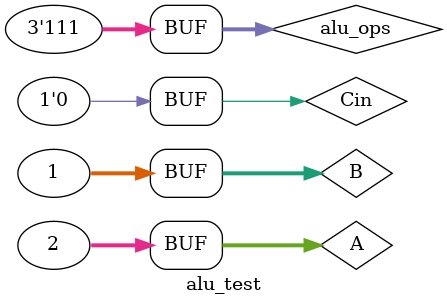
<source format=v>
`timescale 1ns / 1ns


module alu_test();
    wire [31:0] S;
    wire z,Cout;
    reg [31:0] A;
    reg [31:0] B;
    reg Cin;
    reg [2:0] alu_ops;
    
    alu ALUTESTER(S,z,Cout,A,B,Cin,alu_ops);
    
    initial
    begin
        #0
        Cin=0;
        A=32'h0002;
        B=32'h0001;
        alu_ops=3'b000;
        #20
        alu_ops=3'b001;
        #20
        alu_ops=3'b010;
        #20
        alu_ops=3'b011;
        #20
        alu_ops=3'b100;
        #20
        alu_ops=3'b101;
        #20
        alu_ops=3'b110;
        #20
        alu_ops=3'b111;
    end
endmodule

</source>
